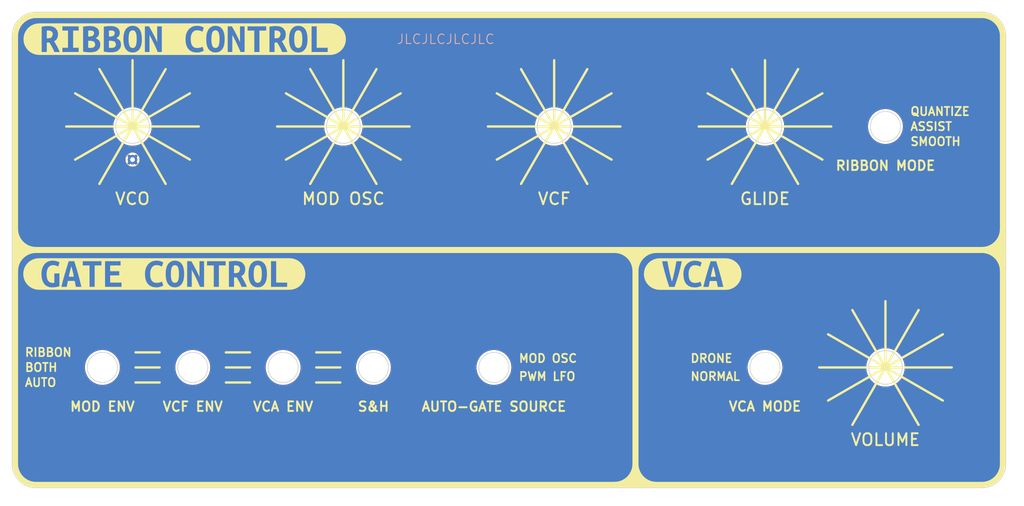
<source format=kicad_pcb>
(kicad_pcb (version 20221018) (generator pcbnew)
  (title_block (title "Josh Ox Ribbon Synth Ribbon panel") (date "2023-03-10") (rev "1.0") (comment 2 "creativecommons.org.licences/by.4.0") (comment 3 "license: CC by 4.0") (comment 4 "Author: Jordan Aceto"))
  (layers (0 "F.Cu" signal) (31 "B.Cu" signal) (34 "B.Paste" user) (35 "F.Paste" user) (36 "B.SilkS" user "B.Silkscreen") (37 "F.SilkS" user "F.Silkscreen") (38 "B.Mask" user) (39 "F.Mask" user "footprints") (44 "Edge.Cuts" user))
  (net 0 "")
  (net 1 "GND")
  (footprint "TestPoint:TestPoint_Keystone_5000-5004_Miniature" (layer "F.Cu") (at 59.69 78.105)
    (fp_text reference "TP1" hide)
    (fp_text value "dummy")
    (fp_circle (center 0 0) (end 1.4 0) (stroke (width 0.15)) (fill none) (layer "F.SilkS"))
    (pad "1" thru_hole circle (at 0 0) (size 2 2) (drill 1) (layers "*.Cu" "*.Mask") (net 1 "GND"))
  )
  (footprint "kibuzzard-62C2EB96" (layer "F.Cu") (at 70.69 52.705)
    (fp_text reference "kibuzzard-62C2EB96" hide)
    (fp_text value "G***" hide)
    (fp_poly (pts (xy -20.343812 0.340519) (xy -20.343812 1.807369) (xy -20.094971 1.833563) (xy -19.828668 1.842294) (xy -19.470687 1.811734) (xy -19.160727 1.698228) (xy -18.938081 1.462484) (xy -18.850768 1.073944) (xy -19.099609 0.510778) (xy -19.767549 0.340519) (xy -20.343812 0.340519)) (fill solid) (layer "F.SilkS"))
    (fp_poly (pts (xy -19.924712 -0.550069) (xy -19.304793 -0.729059) (xy -19.095243 -1.222375) (xy -19.156362 -1.532334) (xy -19.322256 -1.715691) (xy -19.566731 -1.803003) (xy -19.854862 -1.824831) (xy -20.108068 -1.8161) (xy -20.343812 -1.789906) (xy -20.343812 -0.550069) (xy -19.924712 -0.550069)) (fill solid) (layer "F.SilkS"))
    (fp_poly (pts (xy -15.978187 0.340519) (xy -15.978187 1.807369) (xy -15.729346 1.833563) (xy -15.463043 1.842294) (xy -15.105062 1.811734) (xy -14.795102 1.698228) (xy -14.572456 1.462484) (xy -14.485143 1.073944) (xy -14.733984 0.510778) (xy -15.401924 0.340519) (xy -15.978187 0.340519)) (fill solid) (layer "F.SilkS"))
    (fp_poly (pts (xy -15.559087 -0.550069) (xy -14.939168 -0.729059) (xy -14.729618 -1.222375) (xy -14.790737 -1.532334) (xy -14.956631 -1.715691) (xy -15.201106 -1.803003) (xy -15.489237 -1.824831) (xy -15.742443 -1.8161) (xy -15.978187 -1.789906) (xy -15.978187 -0.550069) (xy -15.559087 -0.550069)) (fill solid) (layer "F.SilkS"))
    (fp_poly (pts (xy -27.800299 -0.995363) (xy -27.865784 -1.366441) (xy -28.062237 -1.624013) (xy -28.365648 -1.774627) (xy -28.752006 -1.824831) (xy -28.900437 -1.820466) (xy -29.075062 -1.798638) (xy -29.075062 -0.174625) (xy -28.839318 -0.174625) (xy -28.365648 -0.228104) (xy -28.044774 -0.388541) (xy -27.800299 -0.995363)) (fill solid) (layer "F.SilkS"))
    (fp_poly (pts (xy 20.221576 -0.995363) (xy 20.156091 -1.366441) (xy 19.959638 -1.624013) (xy 19.656227 -1.774627) (xy 19.269869 -1.824831) (xy 19.121438 -1.820466) (xy 18.946813 -1.798638) (xy 18.946813 -0.174625) (xy 19.182557 -0.174625) (xy 19.656227 -0.228104) (xy 19.977101 -0.388541) (xy 20.221576 -0.995363)) (fill solid) (layer "F.SilkS"))
    (fp_poly (pts (xy -11.830843 0) (xy -11.823203 0.380901) (xy -11.800284 0.737791) (xy -11.678046 1.335881) (xy -11.420474 1.737519) (xy -10.975181 1.88595) (xy -10.534252 1.737519) (xy -10.272315 1.331516) (xy -10.150077 0.733425) (xy -10.127158 0.379809) (xy -10.119518 0) (xy -10.127158 -0.380901) (xy -10.150077 -0.737791) (xy -10.272315 -1.335881) (xy -10.529887 -1.737519) (xy -10.975181 -1.88595) (xy -11.420474 -1.737519) (xy -11.678046 -1.331516) (xy -11.800284 -0.733425) (xy -11.823203 -0.379809) (xy -11.830843 0)) (fill solid) (layer "F.SilkS"))
    (fp_poly (pts (xy 5.631657 0) (xy 5.639297 0.380901) (xy 5.662216 0.737791) (xy 5.784454 1.335881) (xy 6.042026 1.737519) (xy 6.487319 1.88595) (xy 6.928248 1.737519) (xy 7.190185 1.331516) (xy 7.312423 0.733425) (xy 7.335342 0.379809) (xy 7.342982 0) (xy 7.335342 -0.380901) (xy 7.312423 -0.737791) (xy 7.190185 -1.335881) (xy 6.932613 -1.737519) (xy 6.487319 -1.88595) (xy 6.042026 -1.737519) (xy 5.784454 -1.331516) (xy 5.662216 -0.733425) (xy 5.639297 -0.379809) (xy 5.631657 0)) (fill solid) (layer "F.SilkS"))
    (fp_poly (pts (xy 23.094157 0) (xy 23.101797 0.380901) (xy 23.124716 0.737791) (xy 23.246954 1.335881) (xy 23.504526 1.737519) (xy 23.949819 1.88595) (xy 24.390748 1.737519) (xy 24.652685 1.331516) (xy 24.774923 0.733425) (xy 24.797842 0.379809) (xy 24.805482 0) (xy 24.797842 -0.380901) (xy 24.774923 -0.737791) (xy 24.652685 -1.335881) (xy 24.395113 -1.737519) (xy 23.949819 -1.88595) (xy 23.504526 -1.737519) (xy 23.246954 -1.331516) (xy 23.124716 -0.733425) (xy 23.101797 -0.379809) (xy 23.094157 0)) (fill solid) (layer "F.SilkS"))
    (fp_poly (pts (xy -30.149006 -3.332824) (xy -28.752006 -2.759075) (xy -28.311077 -2.732881) (xy -27.913806 -2.6543) (xy -27.564556 -2.521148) (xy -27.267693 -2.331244) (xy -26.852959 -1.776809) (xy -26.74491 -1.411188) (xy -26.708893 -0.986631) (xy -26.756915 -0.536972) (xy -26.900981 -0.130969) (xy -27.15637 0.207367) (xy -27.538362 0.454025) (xy -25.783381 2.706688) (xy -25.783381 1.8161) (xy -24.604662 1.8161) (xy -24.604662 -1.807369) (xy -25.783381 -1.807369) (xy -25.783381 -2.697956) (xy -22.351999 -2.697956) (xy -22.351999 -1.807369) (xy -23.521987 -1.807369) (xy -21.417756 2.619375) (xy -21.417756 -2.628106) (xy -20.745449 -2.719784) (xy -20.020756 -2.759075) (xy -19.466321 -2.727424) (xy -19.025393 -2.632472) (xy -18.422937 -2.300684) (xy -18.126074 -1.842294) (xy -18.047493 -1.335881) (xy -18.094424 -0.973534) (xy -18.235215 -0.654844) (xy -18.737262 -0.183356) (xy -18.275597 0.052388) (xy -17.99074 0.357981) (xy -17.8434 0.707231) (xy -17.794287 1.073944) (xy -17.052131 2.619375) (xy -17.052131 -2.628106) (xy -16.379824 -2.719784) (xy -15.655131 -2.759075) (xy -15.100696 -2.727424) (xy -14.659768 -2.632472) (xy -14.057312 -2.300684) (xy -13.760449 -1.842294) (xy -13.681868 -1.335881) (xy -13.728799 -0.973534) (xy -13.86959 -0.654844) (xy -14.371637 -0.183356) (xy -13.909972 0.052388) (xy -13.625115 0.357981) (xy -13.477775 0.707231) (xy -13.428662 1.073944) (xy -12.922249 0) (xy -12.890053 -0.655662) (xy -12.793463 -1.225649) (xy -12.632481 -1.709961) (xy -12.407106 -2.108597) (xy -12.01905 -2.503928) (xy -11.541742 -2.741127) (xy -10.975181 -2.820194) (xy -10.391157 -2.741127) (xy -9.908028 -2.503928) (xy -9.525793 -2.108597) (xy -9.308058 -1.709961) (xy -9.152532 -1.225649) (xy -9.059217 -0.655662) (xy -9.028112 0) (xy -9.059763 0.655662) (xy -9.154715 1.225649) (xy -8.390731 2.706688) (xy -8.390731 -2.697956) (xy -7.526337 -2.697956) (xy -7.281862 -2.29741) (xy -7.037387 -1.864122) (xy -6.796186 -1.415554) (xy -6.561534 -0.969169) (xy -6.338887 -0.530423) (xy -6.133702 -0.104775) (xy -5.951438 0.288131) (xy -5.797549 0.62865) (xy -5.797549 -2.697956) (xy -4.828381 -2.697956) (xy -4.828381 2.706688) (xy -5.692774 2.706688) (xy -5.944525 2.107627) (xy -6.210829 1.509536) (xy -6.491684 0.912416) (xy -6.787091 0.315295) (xy -7.09705 -0.282795) (xy -7.421562 -0.881856) (xy -7.421562 2.706688) (xy -8.390731 2.706688) (xy -9.154715 1.225649) (xy -9.312969 1.709961) (xy -9.534524 2.108597) (xy -9.918699 2.503928) (xy -10.396008 2.741127) (xy 2.523332 2.820194) (xy 1.820951 2.738702) (xy 1.238868 2.494227) (xy 0.777082 2.086769) (xy 0.513507 1.681311) (xy 0.32524 1.198364) (xy 0.212279 0.637927) (xy 0.174626 0) (xy 0.220465 -0.635198) (xy 0.357982 -1.196181) (xy 0.577355 -1.679674) (xy 0.86876 -2.082403) (xy 1.226741 -2.401094) (xy 1.645841 -2.632472) (xy 2.116237 -2.773263) (xy 2.628107 -2.820194) (xy 3.147616 -2.772172) (xy 3.553619 -2.663031) (xy 3.846116 -2.532063) (xy 4.025107 -2.427288) (xy 3.745707 -1.571625) (xy 3.261123 -1.794272) (xy 2.610644 -1.88595) (xy 2.117329 -1.794272) (xy 1.689498 -1.488678) (xy 1.383904 -0.916781) (xy 4.540251 0) (xy 4.572447 -0.655662) (xy 4.669037 -1.225649) (xy 4.830019 -1.709961) (xy 5.055394 -2.108597) (xy 5.44345 -2.503928) (xy 5.920758 -2.741127) (xy 6.487319 -2.820194) (xy 7.071343 -2.741127) (xy 17.183101 -2.697956) (xy 17.183101 -1.807369) (xy 15.759907 -1.807369) (xy 15.759907 2.706688) (xy 14.677232 2.706688) (xy 14.677232 -1.807369) (xy 13.254038 -1.807369) (xy 13.254038 -2.697956) (xy 17.183101 -2.697956) (xy 7.071343 -2.741127) (xy 7.554472 -2.503928) (xy 7.936707 -2.108597) (xy 8.154442 -1.709961) (xy 8.309968 -1.225649) (xy 8.403283 -0.655662) (xy 8.434388 0) (xy 8.402737 0.655662) (xy 8.307785 1.225649) (xy 8.149531 1.709961) (xy 7.927976 2.108597) (xy 7.543801 2.503928) (xy 7.066492 2.741127) (xy 11.769726 2.706688) (xy 11.517975 2.107627) (xy 11.251671 1.509536) (xy 10.970816 0.912416) (xy 10.675409 0.315295) (xy 10.36545 -0.282795) (xy 10.040938 -0.881856) (xy 10.040938 2.706688) (xy 9.071769 2.706688) (xy 9.071769 -2.697956) (xy 9.936163 -2.697956) (xy 10.180638 -2.29741) (xy 10.425113 -1.864122) (xy 10.666314 -1.415554) (xy 10.900966 -0.969169) (xy 11.123613 -0.530423) (xy 11.328798 -0.104775) (xy 11.511062 0.288131) (xy 11.664951 0.62865) (xy 11.664951 -2.697956) (xy 12.634119 -2.697956) (xy 12.634119 2.706688) (xy 11.769726 2.706688) (xy 7.066492 2.741127) (xy 6.496051 2.820194) (xy 5.911542 2.741127) (xy 5.426958 2.503928) (xy 5.042298 2.108597) (xy 4.822652 1.709961) (xy 4.665762 1.225649) (xy 4.571629 0.655662) (xy 4.540251 0) (xy 1.383904 -0.916781) (xy 1.2955 -0.515144) (xy 1.266032 -0.026194) (xy 1.301442 0.542793) (xy 1.407672 1.015735) (xy 1.584723 1.392634) (xy 2.004914 1.762621) (xy 2.628107 1.88595) (xy 3.322241 1.789906) (xy 3.763169 1.597819) (xy 4.033838 2.44475) (xy 3.418285 2.702322) (xy 3.000276 2.790726) (xy 2.523332 2.820194) (xy -10.396008 2.741127) (xy -10.966449 2.820194) (xy -11.550958 2.741127) (xy -12.035542 2.503928) (xy -12.420202 2.108597) (xy -12.639848 1.709961) (xy -12.796738 1.225649) (xy -12.890871 0.655662) (xy -12.922249 0) (xy -13.428662 1.073944) (xy -13.470135 1.522512) (xy -13.594556 1.890316) (xy -14.044215 2.414191) (xy -14.354174 2.582267) (xy -14.716521 2.693591) (xy -15.11925 2.755801) (xy -15.550356 2.776538) (xy -15.914885 2.766715) (xy -16.292512 2.737247) (xy -16.674504 2.688134) (xy -17.052131 2.619375) (xy -17.794287 1.073944) (xy -17.83576 1.522512) (xy -17.960181 1.890316) (xy -18.40984 2.414191) (xy -18.719799 2.582267) (xy -19.082146 2.693591) (xy -19.484875 2.755801) (xy -19.915981 2.776538) (xy -20.28051 2.766715) (xy -20.658137 2.737247) (xy -21.040129 2.688134) (xy -21.417756 2.619375) (xy -23.521987 -1.807369) (xy -23.521987 1.8161) (xy -22.351999 1.8161) (xy -22.351999 2.706688) (xy -25.783381 2.706688) (xy -27.538362 0.454025) (xy -27.224037 0.956072) (xy -26.900981 1.532334) (xy -26.599752 2.134791) (xy -26.350912 2.706688) (xy -27.477243 2.706688) (xy -27.694433 2.192635) (xy -27.944365 1.698228) (xy -28.220491 1.21037) (xy -28.516262 0.715963) (xy -29.075062 0.715963) (xy -29.075062 2.706688) (xy -30.149006 2.706688) (xy -30.149006 -2.619375) (xy -29.804121 -2.684859) (xy -29.424312 -2.728516) (xy -29.057599 -2.750344) (xy -28.752006 -2.759075) (xy -30.149006 -3.332824) (xy -30.661636 -3.332824) (xy -31.311838 -3.268785) (xy -31.937052 -3.079128) (xy -32.513254 -2.771142) (xy -33.018298 -2.356662) (xy -33.432778 -1.851618) (xy -33.740764 -1.275417) (xy -33.93042 -0.650202) (xy -33.99446 0) (xy -33.93042 0.650202) (xy -33.740764 1.275417) (xy -33.432778 1.851618) (xy -33.018298 2.356662) (xy -32.513254 2.771142) (xy -31.937052 3.079128) (xy -31.311838 3.268785) (xy -30.661636 3.332824) (xy -30.149006 3.332824) (xy 30.149007 3.332824) (xy 30.661637 3.332824) (xy 31.311839 3.268784) (xy 31.937053 3.079127) (xy 32.513254 2.771141) (xy 33.018299 2.356662) (xy 33.432778 1.851617) (xy 33.740764 1.275416) (xy 33.930421 0.650202) (xy 33.99446 0) (xy 33.930421 -0.650202) (xy 33.740764 -1.275416) (xy 33.432778 -1.851617) (xy 33.018299 -2.356662) (xy 32.513254 -2.771141) (xy 31.937053 -3.079127) (xy 19.269869 -2.759075) (xy 19.710798 -2.732881) (xy 20.108069 -2.6543) (xy 20.457319 -2.521148) (xy 20.754182 -2.331244) (xy 21.168916 -1.776809) (xy 21.276965 -1.411188) (xy 21.312982 -0.986631) (xy 21.26496 -0.536972) (xy 22.002751 0) (xy 22.034947 -0.655662) (xy 22.131537 -1.225649) (xy 22.292519 -1.709961) (xy 22.517894 -2.108597) (xy 22.90595 -2.503928) (xy 23.383258 -2.741127) (xy 23.949819 -2.820194) (xy 24.533843 -2.741127) (xy 25.016972 -2.503928) (xy 25.399207 -2.108597) (xy 25.616942 -1.709961) (xy 25.772468 -1.225649) (xy 25.865783 -0.655662) (xy 25.896888 0) (xy 25.865237 0.655662) (xy 25.770285 1.225649) (xy 25.612031 1.709961) (xy 25.390476 2.108597) (xy 25.006301 2.503928) (xy 26.752551 2.706688) (xy 26.752551 -2.697956) (xy 27.835226 -2.697956) (xy 27.835226 1.8161) (xy 30.149007 1.8161) (xy 30.149007 2.706688) (xy 26.752551 2.706688) (xy 25.006301 2.503928) (xy 24.528992 2.741127) (xy 23.958551 2.820194) (xy 23.374042 2.741127) (xy 22.889458 2.503928) (xy 22.504798 2.108597) (xy 22.285152 1.709961) (xy 22.128262 1.225649) (xy 22.034129 0.655662) (xy 22.002751 0) (xy 21.26496 -0.536972) (xy 21.120894 -0.130969) (xy 20.865505 0.207367) (xy 20.483513 0.454025) (xy 20.797838 0.956072) (xy 21.120894 1.532334) (xy 21.422123 2.134791) (xy 21.670963 2.706688) (xy 20.544632 2.706688) (xy 20.327442 2.192635) (xy 20.07751 1.698228) (xy 19.801384 1.21037) (xy 19.505613 0.715963) (xy 18.946813 0.715963) (xy 18.946813 2.706688) (xy 17.872869 2.706688) (xy 17.872869 -2.619375) (xy 18.217754 -2.684859) (xy 18.597563 -2.728516) (xy 18.964276 -2.750344) (xy 19.269869 -2.759075) (xy 31.937053 -3.079127) (xy 31.311839 -3.268784) (xy 30.661637 -3.332824) (xy 30.149007 -3.332824) (xy -30.149006 -3.332824)) (fill solid) (layer "F.SilkS"))
  )
  (footprint "kibuzzard-62C2EBA8" (layer "F.Cu") (at 66.39 102.22)
    (fp_text reference "kibuzzard-62C2EBA8" hide)
    (fp_text value "G***" hide)
    (fp_poly (pts (xy -19.59729 -1.650206) (xy -19.758818 -1.069578) (xy -19.898518 -0.528241) (xy -20.020756 0.008731) (xy -20.129896 0.567531) (xy -19.073415 0.567531) (xy -19.17819 0.008731) (xy -19.296062 -0.528241) (xy -19.435762 -1.069578) (xy -19.59729 -1.650206)) (fill solid) (layer "F.SilkS"))
    (fp_poly (pts (xy 15.973822 -0.995363) (xy 15.908338 -1.366441) (xy 15.711885 -1.624013) (xy 15.408474 -1.774627) (xy 15.022116 -1.824831) (xy 14.873685 -1.820466) (xy 14.69906 -1.798638) (xy 14.69906 -0.174625) (xy 14.934804 -0.174625) (xy 15.408474 -0.228104) (xy 15.729347 -0.388541) (xy 15.973822 -0.995363)) (fill solid) (layer "F.SilkS"))
    (fp_poly (pts (xy 1.383904 0) (xy 1.391543 0.380901) (xy 1.414463 0.737791) (xy 1.536701 1.335881) (xy 1.794272 1.737519) (xy 2.239566 1.88595) (xy 2.680494 1.737519) (xy 2.942432 1.331516) (xy 3.064669 0.733425) (xy 3.087589 0.379809) (xy 3.095229 0) (xy 3.087589 -0.380901) (xy 3.064669 -0.737791) (xy 2.942432 -1.335881) (xy 2.68486 -1.737519) (xy 2.239566 -1.88595) (xy 1.794272 -1.737519) (xy 1.536701 -1.331516) (xy 1.414463 -0.733425) (xy 1.391543 -0.379809) (xy 1.383904 0)) (fill solid) (layer "F.SilkS"))
    (fp_poly (pts (xy 18.846404 0) (xy 18.854043 0.380901) (xy 18.876963 0.737791) (xy 18.999201 1.335881) (xy 19.256772 1.737519) (xy 19.702066 1.88595) (xy 20.142994 1.737519) (xy 20.404932 1.331516) (xy 20.527169 0.733425) (xy 20.550089 0.379809) (xy 20.557729 0) (xy 20.550089 -0.380901) (xy 20.527169 -0.737791) (xy 20.404932 -1.335881) (xy 20.14736 -1.737519) (xy 19.702066 -1.88595) (xy 19.256772 -1.737519) (xy 18.999201 -1.331516) (xy 18.876963 -0.733425) (xy 18.854043 -0.379809) (xy 18.846404 0)) (fill solid) (layer "F.SilkS"))
    (fp_poly (pts (xy -25.901253 -3.332824) (xy -24.877514 -2.417465) (xy -24.478059 -2.641203) (xy -24.034948 -2.775446) (xy -23.561278 -2.820194) (xy -22.998112 -2.772172) (xy -22.565915 -2.663031) (xy -22.264687 -2.532063) (xy -22.085696 -2.427288) (xy -22.365096 -1.571625) (xy -22.836584 -1.789906) (xy -23.412846 -1.88595) (xy -24.058959 -1.74625) (xy -21.072522 0.331788) (xy -20.915709 -0.205184) (xy -20.720893 -0.853753) (xy -20.529351 -1.485404) (xy -20.341083 -2.100138) (xy -20.15609 -2.697956) (xy -18.986103 -2.697956) (xy -17.187465 -1.807369) (xy -17.187465 -2.697956) (xy -13.258403 -2.697956) (xy -13.258403 -1.807369) (xy -14.681596 -1.807369) (xy -12.490053 2.706688) (xy -12.490053 -2.697956) (xy -9.215834 -2.697956) (xy -9.215834 -1.807369) (xy -11.416109 -1.807369) (xy -11.416109 -0.593725) (xy -9.503965 -0.593725) (xy -9.503965 0.296863) (xy -11.416109 0.296863) (xy -11.416109 1.8161) (xy -9.023746 1.8161) (xy -9.023746 2.706688) (xy -12.490053 2.706688) (xy -14.681596 -1.807369) (xy -14.681596 2.706688) (xy -15.764271 2.706688) (xy -15.764271 -1.807369) (xy -17.187465 -1.807369) (xy -18.986103 -2.697956) (xy -18.794288 -2.095227) (xy -18.603019 -1.47449) (xy -18.412296 -0.835744) (xy -18.222118 -0.178991) (xy -18.071068 0.362522) (xy -17.921763 0.921845) (xy -17.774205 1.498981) (xy -17.628393 2.093928) (xy -17.484328 2.706688) (xy -18.636853 2.706688) (xy -18.890059 1.458119) (xy -20.330715 1.458119) (xy -20.57519 2.706688) (xy -21.69279 2.706688) (xy -21.538771 2.078911) (xy -21.384053 1.473835) (xy -21.228637 0.891461) (xy -21.072522 0.331788) (xy -24.058959 -1.74625) (xy -24.491156 -1.357709) (xy -24.735631 -0.763984) (xy -24.791292 -0.400546) (xy -24.809846 0) (xy -24.775891 0.589359) (xy -24.674027 1.065213) (xy -24.504253 1.427559) (xy -24.126626 1.771352) (xy -23.604934 1.88595) (xy -23.395384 1.877219) (xy -23.185834 1.851025) (xy -23.185834 -0.122238) (xy -22.11189 -0.122238) (xy -22.11189 2.575719) (xy -22.709981 2.732881) (xy -1.724421 2.820194) (xy -2.426802 2.738702) (xy -3.008885 2.494227) (xy -3.470671 2.086769) (xy -3.734246 1.681311) (xy -3.922514 1.198364) (xy -4.035474 0.637927) (xy -4.073128 0) (xy -4.027289 -0.635198) (xy -3.889771 -1.196181) (xy -3.670399 -1.679674) (xy -3.378993 -2.082403) (xy -3.021012 -2.401094) (xy -2.601912 -2.632472) (xy -2.131516 -2.773263) (xy -1.619646 -2.820194) (xy -1.100137 -2.772172) (xy -0.694134 -2.663031) (xy -0.401637 -2.532063) (xy -0.222646 -2.427288) (xy -0.502046 -1.571625) (xy -0.986631 -1.794272) (xy -1.637109 -1.88595) (xy -2.130424 -1.794272) (xy -2.558256 -1.488678) (xy -2.863849 -0.916781) (xy -2.952253 -0.515144) (xy 0.292497 0) (xy 0.324694 -0.655662) (xy 0.421283 -1.225649) (xy 0.582266 -1.709961) (xy 0.807641 -2.108597) (xy 1.195697 -2.503928) (xy 1.673005 -2.741127) (xy 2.239566 -2.820194) (xy 2.82359 -2.741127) (xy 3.306719 -2.503928) (xy 3.688954 -2.108597) (xy 3.906689 -1.709961) (xy 4.062215 -1.225649) (xy 4.15553 -0.655662) (xy 4.186635 0) (xy 4.154984 0.655662) (xy 4.060032 1.225649) (xy 3.901778 1.709961) (xy 3.680222 2.108597) (xy 3.296047 2.503928) (xy 2.818739 2.741127) (xy 7.521972 2.706688) (xy 7.270221 2.107627) (xy 7.003918 1.509536) (xy 6.723063 0.912416) (xy 6.427656 0.315295) (xy 6.117696 -0.282795) (xy 5.793185 -0.881856) (xy 5.793185 2.706688) (xy 4.824016 2.706688) (xy 4.824016 -2.697956) (xy 5.68841 -2.697956) (xy 5.932885 -2.29741) (xy 6.17736 -1.864122) (xy 6.418561 -1.415554) (xy 6.653213 -0.969169) (xy 6.87586 -0.530423) (xy 7.081044 -0.104775) (xy 7.263309 0.288131) (xy 7.417197 0.62865) (xy 7.417197 -2.697956) (xy 8.386366 -2.697956) (xy 8.386366 2.706688) (xy 7.521972 2.706688) (xy 2.818739 2.741127) (xy 2.248297 2.820194) (xy 1.663789 2.741127) (xy 1.179204 2.503928) (xy 0.794544 2.108597) (xy 0.574899 1.709961) (xy 0.418009 1.225649) (xy 0.323875 0.655662) (xy 0.292497 0) (xy -2.952253 -0.515144) (xy -2.981721 -0.026194) (xy -2.946311 0.542793) (xy -2.840081 1.015735) (xy -2.663031 1.392634) (xy -2.242839 1.762621) (xy -1.619646 1.88595) (xy -0.925512 1.789906) (xy -0.484584 1.597819) (xy -0.213915 2.44475) (xy -0.829468 2.702322) (xy -1.247477 2.790726) (xy -1.724421 2.820194) (xy -22.709981 2.732881) (xy -23.158549 2.798366) (xy -23.692246 2.820194) (xy -24.173557 2.775446) (xy -24.604662 2.641203) (xy -24.981197 2.418556) (xy -25.298796 2.108597) (xy -25.554185 1.711325) (xy -25.74409 1.226741) (xy -25.861962 0.655935) (xy -25.901253 0) (xy -25.855414 -0.649387) (xy -25.717896 -1.218009) (xy -25.501798 -1.703685) (xy -25.220215 -2.104231) (xy -24.877514 -2.417465) (xy -25.901253 -3.332824) (xy -26.413883 -3.332824) (xy -27.064085 -3.268785) (xy -27.689299 -3.079128) (xy -28.265501 -2.771142) (xy -28.770545 -2.356662) (xy -29.185025 -1.851618) (xy -29.493011 -1.275417) (xy -29.682667 -0.650202) (xy -29.746707 0) (xy -29.682667 0.650202) (xy -29.493011 1.275417) (xy -29.185025 1.851618) (xy -28.770545 2.356662) (xy -28.265501 2.771142) (xy -27.689299 3.079128) (xy -27.064085 3.268785) (xy -26.413883 3.332824) (xy -25.901253 3.332824) (xy 25.901254 3.332824) (xy 26.413884 3.332824) (xy 27.064085 3.268784) (xy 27.6893 3.079128) (xy 28.265501 2.771141) (xy 28.770546 2.356662) (xy 29.185025 1.851617) (xy 29.493011 1.275416) (xy 29.682668 0.650202) (xy 29.746707 0) (xy 29.682668 -0.650202) (xy 29.493011 -1.275416) (xy 29.185025 -1.851617) (xy 28.770546 -2.356662) (xy 28.265501 -2.771141) (xy 27.6893 -3.079128) (xy 15.022116 -2.759075) (xy 15.463044 -2.732881) (xy 15.860316 -2.6543) (xy 16.209566 -2.521148) (xy 16.506429 -2.331244) (xy 16.921163 -1.776809) (xy 17.029212 -1.411188) (xy 17.065229 -0.986631) (xy 17.017207 -0.536972) (xy 17.754997 0) (xy 17.787194 -0.655662) (xy 17.883783 -1.225649) (xy 18.044766 -1.709961) (xy 18.270141 -2.108597) (xy 18.658197 -2.503928) (xy 19.135505 -2.741127) (xy 19.702066 -2.820194) (xy 20.28609 -2.741127) (xy 20.769219 -2.503928) (xy 21.151454 -2.108597) (xy 21.369189 -1.709961) (xy 21.524715 -1.225649) (xy 21.61803 -0.655662) (xy 21.649135 0) (xy 21.617484 0.655662) (xy 21.522532 1.225649) (xy 21.364278 1.709961) (xy 21.142722 2.108597) (xy 20.758547 2.503928) (xy 20.281239 2.741127) (xy 25.901254 2.706688) (xy 22.504797 2.706688) (xy 22.504797 -2.697956) (xy 23.587472 -2.697956) (xy 23.587472 1.8161) (xy 25.901254 1.8161) (xy 25.901254 2.706688) (xy 20.281239 2.741127) (xy 19.710797 2.820194) (xy 19.126289 2.741127) (xy 18.641704 2.503928) (xy 18.257044 2.108597) (xy 18.037399 1.709961) (xy 17.880509 1.225649) (xy 17.786375 0.655662) (xy 17.754997 0) (xy 17.017207 -0.536972) (xy 16.873141 -0.130969) (xy 16.617752 0.207367) (xy 16.23576 0.454025) (xy 16.550085 0.956072) (xy 16.873141 1.532334) (xy 17.174369 2.134791) (xy 17.42321 2.706688) (xy 16.296879 2.706688) (xy 16.079689 2.192635) (xy 15.829757 1.698228) (xy 15.553631 1.21037) (xy 15.25786 0.715963) (xy 14.69906 0.715963) (xy 14.69906 2.706688) (xy 13.625116 2.706688) (xy 13.625116 -2.619375) (xy 13.970001 -2.684859) (xy 14.34981 -2.728516) (xy 14.716522 -2.750344) (xy 15.022116 -2.759075) (xy 27.6893 -3.079128) (xy 27.064085 -3.268784) (xy 12.935347 -2.697956) (xy 12.935347 -1.807369) (xy 11.512154 -1.807369) (xy 11.512154 2.706688) (xy 10.429479 2.706688) (xy 10.429479 -1.807369) (xy 9.006285 -1.807369) (xy 9.006285 -2.697956) (xy 12.935347 -2.697956) (xy 27.064085 -3.268784) (xy 26.413884 -3.332824) (xy 25.901254 -3.332824) (xy -25.901253 -3.332824)) (fill solid) (layer "F.SilkS"))
  )
  (footprint "kibuzzard-62C2EBB3" (layer "F.Cu") (at 177.8 102.235)
    (fp_text reference "kibuzzard-62C2EBB3" hide)
    (fp_text value "G***" hide)
    (fp_poly (pts (xy 4.339432 -1.650206) (xy 4.177904 -1.069578) (xy 4.038204 -0.528241) (xy 3.915966 0.008731) (xy 3.806826 0.567531) (xy 4.863307 0.567531) (xy 4.758532 0.008731) (xy 4.64066 -0.528241) (xy 4.50096 -1.069578) (xy 4.339432 -1.650206)) (fill solid) (layer "F.SilkS"))
    (fp_poly (pts (xy -6.452393 -3.332824) (xy -6.452393 -2.697956) (xy -5.317331 -2.697956) (xy -5.251846 -2.245023) (xy -5.160168 -1.724422) (xy -5.049936 -1.161256) (xy -4.92879 -0.580628) (xy -4.797821 0.004366) (xy -4.658121 0.580628) (xy -4.515147 1.123057) (xy -4.374356 1.60655) (xy -4.234656 1.129605) (xy -4.094956 0.589359) (xy -3.959621 0.013097) (xy -3.833018 -0.571897) (xy -3.715146 -1.153616) (xy -3.606006 -1.720056) (xy -3.509962 -2.243931) (xy -3.431381 -2.697956) (xy -2.305049 -2.697956) (xy -2.42183 -2.143522) (xy -2.562621 -1.527969) (xy -2.726332 -0.865485) (xy -2.911871 -0.170259) (xy -1.813917 1.198364) (xy -1.926877 0.637927) (xy -1.964531 0) (xy -1.918692 -0.635198) (xy -1.781174 -1.196181) (xy -1.561802 -1.679674) (xy -1.270396 -2.082403) (xy -0.912415 -2.401094) (xy -0.493315 -2.632472) (xy -0.022919 -2.773263) (xy 0.488951 -2.820194) (xy 1.00846 -2.772172) (xy 1.414463 -2.663031) (xy 1.70696 -2.532063) (xy 1.885951 -2.427288) (xy 1.606551 -1.571625) (xy 1.121966 -1.794272) (xy 0.471488 -1.88595) (xy -0.021828 -1.794272) (xy -0.449659 -1.488678) (xy -0.755253 -0.916781) (xy -0.843656 -0.515144) (xy -0.873124 -0.026194) (xy 2.552669 1.473835) (xy 2.708085 0.891461) (xy 2.8642 0.331788) (xy 3.021013 -0.205184) (xy 3.215829 -0.853753) (xy 3.407371 -1.485404) (xy 3.595638 -2.100138) (xy 3.780632 -2.697956) (xy 4.950619 -2.697956) (xy 5.142434 -2.095227) (xy 5.333703 -1.47449) (xy 5.524426 -0.835744) (xy 5.714604 -0.178991) (xy 5.865654 0.362522) (xy 6.014959 0.921845) (xy 6.162517 1.498981) (xy 6.308329 2.093928) (xy 6.452394 2.706688) (xy 5.299869 2.706688) (xy 5.046663 1.458119) (xy 3.606007 1.458119) (xy 3.361532 2.706688) (xy 2.243932 2.706688) (xy 2.397951 2.078911) (xy 2.552669 1.473835) (xy -0.873124 -0.026194) (xy -0.837714 0.542793) (xy -0.731484 1.015735) (xy -0.554434 1.392634) (xy -0.134242 1.762621) (xy 0.488951 1.88595) (xy 1.183085 1.789906) (xy 1.624013 1.597819) (xy 1.894682 2.44475) (xy 1.279129 2.702322) (xy 0.86112 2.790726) (xy 0.384176 2.820194) (xy -0.318205 2.738702) (xy -0.900288 2.494227) (xy -1.362074 2.086769) (xy -1.625649 1.681311) (xy -1.813917 1.198364) (xy -2.911871 -0.170259) (xy -3.047206 0.307049) (xy -3.191271 0.790178) (xy -3.344068 1.279128) (xy -3.503171 1.765653) (xy -3.666154 2.241506) (xy -3.833018 2.706688) (xy -4.941887 2.706688) (xy -5.157985 2.064941) (xy -5.387181 1.344613) (xy -5.541433 0.838685) (xy -5.689864 0.333728) (xy -5.832474 -0.170259) (xy -5.967324 -0.664545) (xy -6.092472 -1.140398) (xy -6.207918 -1.597819) (xy -6.351984 -2.209006) (xy -6.452393 -2.697956) (xy -6.452393 -3.332824) (xy -6.965023 -3.332824) (xy -7.615225 -3.268785) (xy -8.24044 -3.079128) (xy -8.816641 -2.771142) (xy -9.321686 -2.356662) (xy -9.736165 -1.851618) (xy -10.044151 -1.275417) (xy -10.233808 -0.650202) (xy -10.297847 0) (xy -10.233808 0.650202) (xy -10.044151 1.275417) (xy -9.736165 1.851618) (xy -9.321686 2.356662) (xy -8.816641 2.771142) (xy -8.24044 3.079128) (xy -7.615225 3.268785) (xy -6.965023 3.332824) (xy -6.452393 3.332824) (xy 6.452394 3.332824) (xy 6.965025 3.332824) (xy 7.615226 3.268784) (xy 8.240441 3.079128) (xy 8.816642 2.771141) (xy 9.321686 2.356662) (xy 9.736165 1.851617) (xy 10.044151 1.275416) (xy 10.233808 0.650202) (xy 10.297847 0) (xy 10.233808 -0.650202) (xy 10.044151 -1.275416) (xy 9.736165 -1.851617) (xy 9.321686 -2.356662) (xy 8.816642 -2.771141) (xy 8.240441 -3.079128) (xy 7.615226 -3.268784) (xy 6.965025 -3.332824) (xy 6.452394 -3.332824) (xy -6.452393 -3.332824)) (fill solid) (layer "F.SilkS"))
  )
  (gr_line (start 218.44 121.92) (end 230.538375 128.905) (stroke (width 0.5)) (layer "F.SilkS"))
  (gr_line (start 104.14 71.12) (end 90.17 71.12) (stroke (width 0.5)) (layer "F.SilkS"))
  (gr_line (start 59.69 71.12) (end 73.66 71.12) (stroke (width 0.5)) (layer "F.SilkS"))
  (gr_line (start 35.814 98.298) (end 35.814 96.012) (stroke (width 1)) (layer "F.SilkS"))
  (gr_line (start 218.44 121.92) (end 204.47 121.92) (stroke (width 0.5)) (layer "F.SilkS"))
  (gr_line (start 59.69 71.12) (end 52.705 59.021625) (stroke (width 0.5)) (layer "F.SilkS"))
  (gr_line (start 148.59 71.12) (end 162.56 71.12) (stroke (width 0.5)) (layer "F.SilkS"))
  (gr_line (start 148.59 71.12) (end 136.491625 64.135) (stroke (width 0.5)) (layer "F.SilkS"))
  (gr_line (start 34.925 97.154999) (end 243.204999 97.155) (stroke (width 1.27)) (layer "F.SilkS"))
  (gr_line (start 104.14 71.12) (end 111.125 83.218375) (stroke (width 0.5)) (layer "F.SilkS"))
  (gr_line (start 148.59 71.12) (end 136.491625 78.105) (stroke (width 0.5)) (layer "F.SilkS"))
  (gr_line (start 59.69 71.12) (end 71.788375 64.135) (stroke (width 0.5)) (layer "F.SilkS"))
  (gr_arc (start 165.735001 101.600001) (mid 167.036911 98.456911) (end 170.180001 97.155001) (stroke (width 1.27)) (layer "F.SilkS"))
  (gr_line (start 98.425 121.92) (end 103.505001 121.919998) (stroke (width 0.5)) (layer "F.SilkS"))
  (gr_line (start 98.425001 125.094999) (end 103.505002 125.094997) (stroke (width 0.5)) (layer "F.SilkS"))
  (gr_line (start 60.325 125.095) (end 65.405001 125.094998) (stroke (width 0.5)) (layer "F.SilkS"))
  (gr_arc (start 238.759999 47.625001) (mid 241.903089 48.926911) (end 243.204999 52.070001) (stroke (width 1.27)) (layer "F.SilkS"))
  (gr_line (start 148.59 71.12) (end 141.605 59.021625) (stroke (width 0.5)) (layer "F.SilkS"))
  (gr_line (start 193.04 71.12) (end 205.138375 78.105) (stroke (width 0.5)) (layer "F.SilkS"))
  (gr_line (start 60.324999 121.920001) (end 65.405 121.919999) (stroke (width 0.5)) (layer "F.SilkS"))
  (gr_line (start 104.14 71.12) (end 118.11 71.12) (stroke (width 0.5)) (layer "F.SilkS"))
  (gr_line (start 79.375 121.92) (end 84.455001 121.919998) (stroke (width 0.5)) (layer "F.SilkS"))
  (gr_line (start 39.37 47.625) (end 238.76 47.624999) (stroke (width 1.27)) (layer "F.SilkS"))
  (gr_line (start 242.443 98.171) (end 242.443 95.885) (stroke (width 1)) (layer "F.SilkS"))
  (gr_line (start 148.59 71.12) (end 134.62 71.12) (stroke (width 0.5)) (layer "F.SilkS"))
  (gr_line (start 218.44 121.92) (end 211.455 109.821625) (stroke (width 0.5)) (layer "F.SilkS"))
  (gr_line (start 79.375 118.744999) (end 84.455001 118.744997) (stroke (width 0.5)) (layer "F.SilkS"))
  (gr_line (start 165.735 146.05) (end 165.735 97.155) (stroke (width 1.27)) (layer "F.SilkS"))
  (gr_line (start 60.324999 118.745) (end 65.405 118.744998) (stroke (width 0.5)) (layer "F.SilkS"))
  (gr_line (start 104.14 71.12) (end 104.14 57.15) (stroke (width 0.5)) (layer "F.SilkS"))
  (gr_line (start 166.751 98.044) (end 164.465 98.044) (stroke (width 1)) (layer "F.SilkS"))
  (gr_line (start 148.59 71.12) (end 155.575 83.218375) (stroke (width 0.5)) (layer "F.SilkS"))
  (gr_line (start 59.69 71.12) (end 47.591625 78.105) (stroke (width 0.5)) (layer "F.SilkS"))
  (gr_arc (start 39.37 97.155) (mid 36.22691 95.85309) (end 34.925 92.71) (stroke (width 1.27)) (layer "F.SilkS"))
  (gr_line (start 243.204999 142.239999) (end 243.204999 52.070001) (stroke (width 1.27)) (layer "F.SilkS"))
  (gr_line (start 148.59 71.12) (end 160.688375 64.135) (stroke (width 0.5)) (layer "F.SilkS"))
  (gr_line (start 59.69 71.12) (end 45.72 71.12) (stroke (width 0.5)) (layer "F.SilkS"))
  (gr_arc (start 39.370001 146.684999) (mid 36.226911 145.383089) (end 34.925001 142.239999) (stroke (width 1.27)) (layer "F.SilkS"))
  (gr_line (start 39.37 146.685) (end 238.76 146.684999) (stroke (width 1.27)) (layer "F.SilkS"))
  (gr_line (start 193.04 71.12) (end 193.04 57.15) (stroke (width 0.5)) (layer "F.SilkS"))
  (gr_line (start 59.69 71.12) (end 66.675 59.021625) (stroke (width 0.5)) (layer "F.SilkS"))
  (gr_line (start 218.44 121.92) (end 225.425 134.018375) (stroke (width 0.5)) (layer "F.SilkS"))
  (gr_line (start 59.69 71.12) (end 66.675 83.218375) (stroke (width 0.5)) (layer "F.SilkS"))
  (gr_line (start 148.59 71.12) (end 160.688375 78.105) (stroke (width 0.5)) (layer "F.SilkS"))
  (gr_arc (start 161.289999 97.155001) (mid 164.433089 98.456911) (end 165.734999 101.600001) (stroke (width 1.27)) (layer "F.SilkS"))
  (gr_line (start 218.44 121.92) (end 232.41 121.92) (stroke (width 0.5)) (layer "F.SilkS"))
  (gr_line (start 148.59 71.12) (end 148.59 57.15) (stroke (width 0.5)) (layer "F.SilkS"))
  (gr_line (start 59.69 71.12) (end 52.705 83.218375) (stroke (width 0.5)) (layer "F.SilkS"))
  (gr_line (start 104.14 71.12) (end 116.238375 64.135) (stroke (width 0.5)) (layer "F.SilkS"))
  (gr_line (start 34.925001 142.239999) (end 34.925 52.07) (stroke (width 1.27)) (layer "F.SilkS"))
  (gr_line (start 193.04 71.12) (end 186.055 59.021625) (stroke (width 0.5)) (layer "F.SilkS"))
  (gr_arc (start 243.205 92.709999) (mid 241.90309 95.853089) (end 238.76 97.154999) (stroke (width 1.27)) (layer "F.SilkS"))
  (gr_line (start 104.14 71.12) (end 116.238375 78.105) (stroke (width 0.5)) (layer "F.SilkS"))
  (gr_line (start 104.14 71.12) (end 111.125 59.021625) (stroke (width 0.5)) (layer "F.SilkS"))
  (gr_line (start 218.44 121.92) (end 211.455 134.018375) (stroke (width 0.5)) (layer "F.SilkS"))
  (gr_arc (start 238.76 97.154999) (mid 241.90309 98.456909) (end 243.205 101.599999) (stroke (width 1.27)) (layer "F.SilkS"))
  (gr_line (start 104.14 71.12) (end 92.041625 64.135) (stroke (width 0.5)) (layer "F.SilkS"))
  (gr_line (start 104.14 71.12) (end 97.155 59.021625) (stroke (width 0.5)) (layer "F.SilkS"))
  (gr_line (start 218.44 121.92) (end 225.425 109.821625) (stroke (width 0.5)) (layer "F.SilkS"))
  (gr_line (start 193.04 71.12) (end 207.01 71.12) (stroke (width 0.5)) (layer "F.SilkS"))
  (gr_line (start 193.04 71.12) (end 179.07 71.12) (stroke (width 0.5)) (layer "F.SilkS"))
  (gr_line (start 59.69 71.12) (end 71.788375 78.105) (stroke (width 0.5)) (layer "F.SilkS"))
  (gr_line (start 193.04 71.12) (end 180.941625 64.135) (stroke (width 0.5)) (layer "F.SilkS"))
  (gr_line (start 59.69 71.12) (end 59.69 57.15) (stroke (width 0.5)) (layer "F.SilkS"))
  (gr_line (start 59.69 71.12) (end 47.591625 64.135) (stroke (width 0.5)) (layer "F.SilkS"))
  (gr_line (start 218.44 121.92) (end 218.44 107.95) (stroke (width 0.5)) (layer "F.SilkS"))
  (gr_arc (start 243.204999 142.239999) (mid 241.903089 145.383089) (end 238.759999 146.684999) (stroke (width 1.27)) (layer "F.SilkS"))
  (gr_line (start 98.425 118.744999) (end 103.505001 118.744997) (stroke (width 0.5)) (layer "F.SilkS"))
  (gr_arc (start 165.734999 142.239999) (mid 164.433089 145.383089) (end 161.289999 146.684999) (stroke (width 1.27)) (layer "F.SilkS"))
  (gr_line (start 104.14 71.12) (end 92.041625 78.105) (stroke (width 0.5)) (layer "F.SilkS"))
  (gr_line (start 148.59 71.12) (end 155.575 59.021625) (stroke (width 0.5)) (layer "F.SilkS"))
  (gr_line (start 193.04 71.12) (end 180.941625 78.105) (stroke (width 0.5)) (layer "F.SilkS"))
  (gr_line (start 166.878 145.796) (end 164.592 145.796) (stroke (width 1)) (layer "F.SilkS"))
  (gr_line (start 193.04 71.12) (end 200.025 83.218375) (stroke (width 0.5)) (layer "F.SilkS"))
  (gr_line (start 148.59 71.12) (end 141.605 83.218375) (stroke (width 0.5)) (layer "F.SilkS"))
  (gr_line (start 193.04 71.12) (end 200.025 59.021625) (stroke (width 0.5)) (layer "F.SilkS"))
  (gr_arc (start 170.180001 146.684999) (mid 167.036911 145.383089) (end 165.735001 142.239999) (stroke (width 1.27)) (layer "F.SilkS"))
  (gr_line (start 79.375001 125.094999) (end 84.455002 125.094997) (stroke (width 0.5)) (layer "F.SilkS"))
  (gr_line (start 193.04 71.12) (end 205.138375 64.135) (stroke (width 0.5)) (layer "F.SilkS"))
  (gr_line (start 193.04 71.12) (end 186.055 83.218375) (stroke (width 0.5)) (layer "F.SilkS"))
  (gr_line (start 218.44 121.92) (end 230.538375 114.935) (stroke (width 0.5)) (layer "F.SilkS"))
  (gr_arc (start 34.925 52.07) (mid 36.22691 48.92691) (end 39.37 47.625) (stroke (width 1.27)) (layer "F.SilkS"))
  (gr_arc (start 34.925 101.6) (mid 36.22691 98.45691) (end 39.37 97.155) (stroke (width 1.27)) (layer "F.SilkS"))
  (gr_line (start 218.44 121.92) (end 206.341625 128.905) (stroke (width 0.5)) (layer "F.SilkS"))
  (gr_line (start 218.44 121.92) (end 206.341625 114.935) (stroke (width 0.5)) (layer "F.SilkS"))
  (gr_line (start 104.14 71.12) (end 97.155 83.218375) (stroke (width 0.5)) (layer "F.SilkS"))
  (gr_circle (center 148.585749 71.114582) (end 152.135749 71.114582) (stroke (width 0.15)) (fill none) (layer "Edge.Cuts"))
  (gr_line (start 238.76 46.99) (end 39.37 46.99) (stroke (width 0.1)) (layer "Edge.Cuts"))
  (gr_circle (center 193.04 71.12) (end 196.59 71.12) (stroke (width 0.15)) (fill none) (layer "Edge.Cuts"))
  (gr_circle (center 218.44 121.92) (end 221.99 121.92) (stroke (width 0.15)) (fill none) (layer "Edge.Cuts"))
  (gr_circle (center 104.14 71.12) (end 107.69 71.12) (stroke (width 0.15)) (fill none) (layer "Edge.Cuts"))
  (gr_arc (start 34.29 52.07) (mid 35.777898 48.477898) (end 39.37 46.99) (stroke (width 0.1)) (layer "Edge.Cuts"))
  (gr_circle (center 218.44 71.12) (end 221.615 71.12) (stroke (width 0.15)) (fill none) (layer "Edge.Cuts"))
  (gr_circle (center 91.44 121.92) (end 94.615 121.92) (stroke (width 0.15)) (fill none) (layer "Edge.Cuts"))
  (gr_line (start 39.37 147.32) (end 238.76 147.32) (stroke (width 0.1)) (layer "Edge.Cuts"))
  (gr_line (start 243.84 142.24) (end 243.84 52.07) (stroke (width 0.1)) (layer "Edge.Cuts"))
  (gr_arc (start 243.84 142.24) (mid 242.352102 145.832102) (end 238.76 147.32) (stroke (width 0.1)) (layer "Edge.Cuts"))
  (gr_circle (center 59.69 71.12) (end 63.24 71.12) (stroke (width 0.15)) (fill none) (layer "Edge.Cuts"))
  (gr_circle (center 193.04 121.92) (end 196.215 121.92) (stroke (width 0.15)) (fill none) (layer "Edge.Cuts"))
  (gr_arc (start 39.37 147.32) (mid 35.777898 145.832102) (end 34.29 142.24) (stroke (width 0.1)) (layer "Edge.Cuts"))
  (gr_circle (center 135.89 121.92) (end 139.065 121.92) (stroke (width 0.15)) (fill none) (layer "Edge.Cuts"))
  (gr_circle (center 53.34 121.92) (end 56.515 121.92) (stroke (width 0.15)) (fill none) (layer "Edge.Cuts"))
  (gr_circle (center 72.39 121.92) (end 75.565 121.92) (stroke (width 0.15)) (fill none) (layer "Edge.Cuts"))
  (gr_arc (start 238.76 46.99) (mid 242.352102 48.477898) (end 243.84 52.07) (stroke (width 0.1)) (layer "Edge.Cuts"))
  (gr_circle (center 110.49 121.92) (end 113.665 121.92) (stroke (width 0.15)) (fill none) (layer "Edge.Cuts"))
  (gr_line (start 34.29 52.07) (end 34.29 142.24) (stroke (width 0.1)) (layer "Edge.Cuts"))
  (gr_text "JLCJLCJLCJLC" (at 125.73 52.705) (layer "B.SilkS") (effects (font (size 2 2) (thickness 0.2))))
  (gr_text "NORMAL" (at 177.165 123.825) (layer "F.SilkS") (effects (font (size 1.75 1.75) (thickness 0.35)) (justify left)))
  (gr_text "VCA ENV" (at 91.44 130.175) (layer "F.SilkS") (effects (font (size 2 2) (thickness 0.4))))
  (gr_text "ASSIST" (at 223.52 71.12) (layer "F.SilkS") (effects (font (size 1.75 1.75) (thickness 0.35)) (justify left)))
  (gr_text "DRONE" (at 177.165 120.015) (layer "F.SilkS") (effects (font (size 1.75 1.75) (thickness 0.35)) (justify left)))
  (gr_text "RIBBON" (at 36.83 118.745) (layer "F.SilkS") (effects (font (size 1.75 1.75) (thickness 0.35)) (justify left)))
  (gr_text "SMOOTH" (at 223.52 74.295) (layer "F.SilkS") (effects (font (size 1.75 1.75) (thickness 0.35)) (justify left)))
  (gr_text "RIBBON MODE" (at 218.44 79.375) (layer "F.SilkS") (effects (font (size 2 2) (thickness 0.4))))
  (gr_text "PWM LFO" (at 140.97 123.825) (layer "F.SilkS") (effects (font (size 1.75 1.75) (thickness 0.35)) (justify left)))
  (gr_text "GLIDE" (at 193.04 86.36) (layer "F.SilkS") (effects (font (size 2.5 2.5) (thickness 0.4))))
  (gr_text "BOTH" (at 36.83 121.92) (layer "F.SilkS") (effects (font (size 1.75 1.75) (thickness 0.35)) (justify left)))
  (gr_text "VCF ENV" (at 72.39 130.175) (layer "F.SilkS") (effects (font (size 2 2) (thickness 0.4))))
  (gr_text "AUTO" (at 36.83 125.095) (layer "F.SilkS") (effects (font (size 1.75 1.75) (thickness 0.35)) (justify left)))
  (gr_text "AUTO-GATE SOURCE" (at 135.89 130.175) (layer "F.SilkS") (effects (font (size 2 2) (thickness 0.4))))
  (gr_text "QUANTIZE" (at 223.52 67.945) (layer "F.SilkS") (effects (font (size 1.75 1.75) (thickness 0.35)) (justify left)))
  (gr_text "MOD ENV" (at 53.34 130.175) (layer "F.SilkS") (effects (font (size 2 2) (thickness 0.4))))
  (gr_text "VCF" (at 148.59 86.36) (layer "F.SilkS") (effects (font (size 2.5 2.5) (thickness 0.4))))
  (gr_text "VCA MODE" (at 193.037753 130.14423) (layer "F.SilkS") (effects (font (size 2 2) (thickness 0.4))))
  (gr_text "MOD OSC" (at 140.97 120.015) (layer "F.SilkS") (effects (font (size 1.75 1.75) (thickness 0.35)) (justify left)))
  (gr_text "VCO" (at 59.69 86.36) (layer "F.SilkS") (effects (font (size 2.5 2.5) (thickness 0.4))))
  (gr_text "S&H" (at 110.49 130.175) (layer "F.SilkS") (effects (font (size 2 2) (thickness 0.4))))
  (gr_text "VOLUME" (at 218.44 137.16) (layer "F.SilkS") (effects (font (size 2.5 2.5) (thickness 0.4))))
  (gr_text "MOD OSC" (at 104.14 86.36) (layer "F.SilkS") (effects (font (size 2.5 2.5) (thickness 0.4))))
  (zone (net 1) (net_name "GND") (layers "F&B.Cu") (connect_pads (clearance 0.508)) (min_thickness 0.254) (fill yes (thermal_gap 0.508) (thermal_bridge_width 0.508))
    (polygon (pts (xy 247.65 151.13) (xy 31.75 151.13) (xy 31.75 44.45) (xy 247.65 44.45)))
  )
)
</source>
